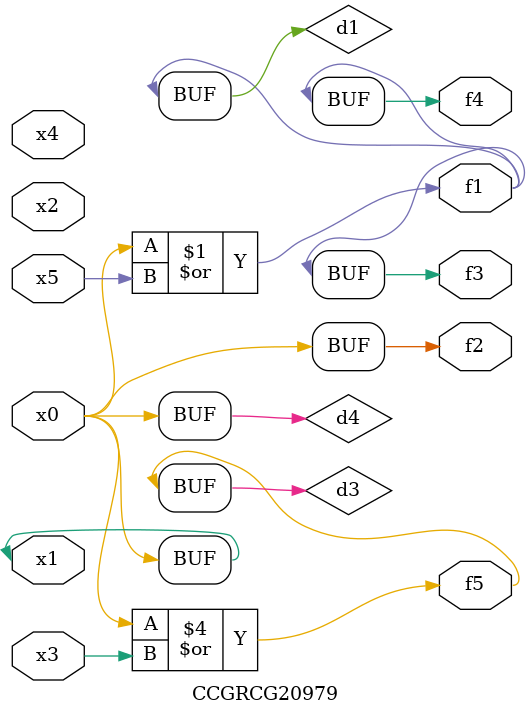
<source format=v>
module CCGRCG20979(
	input x0, x1, x2, x3, x4, x5,
	output f1, f2, f3, f4, f5
);

	wire d1, d2, d3, d4;

	or (d1, x0, x5);
	xnor (d2, x1, x4);
	or (d3, x0, x3);
	buf (d4, x0, x1);
	assign f1 = d1;
	assign f2 = d4;
	assign f3 = d1;
	assign f4 = d1;
	assign f5 = d3;
endmodule

</source>
